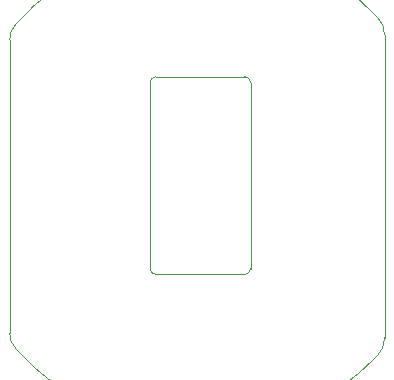
<source format=gbr>
G04 #@! TF.GenerationSoftware,KiCad,Pcbnew,7.0.5-0*
G04 #@! TF.CreationDate,2023-08-21T21:43:47+08:00*
G04 #@! TF.ProjectId,sensor,73656e73-6f72-42e6-9b69-6361645f7063,rev?*
G04 #@! TF.SameCoordinates,PX4d3f640PY69db9c0*
G04 #@! TF.FileFunction,Profile,NP*
%FSLAX46Y46*%
G04 Gerber Fmt 4.6, Leading zero omitted, Abs format (unit mm)*
G04 Created by KiCad (PCBNEW 7.0.5-0) date 2023-08-21 21:43:47*
%MOMM*%
%LPD*%
G01*
G04 APERTURE LIST*
G04 #@! TA.AperFunction,Profile*
%ADD10C,0.050000*%
G04 #@! TD*
G04 #@! TA.AperFunction,Profile*
%ADD11C,0.100000*%
G04 #@! TD*
G04 APERTURE END LIST*
D10*
X-16128400Y0D02*
X-16128400Y-12397200D01*
X-15620397Y-13717997D02*
G75*
G03*
X15012000Y-14327600I15595227J13716327D01*
G01*
X15012002Y14327602D02*
G75*
G03*
X-15620399Y13717999I-15037172J-14325932D01*
G01*
X15012021Y-14327620D02*
G75*
G03*
X15621600Y-12811600I-1572421J1512820D01*
G01*
X-16128400Y0D02*
X-16128400Y12397200D01*
X15621626Y12811600D02*
G75*
G03*
X15011999Y14327599I-2181826J3200D01*
G01*
X15621600Y0D02*
X15621600Y12811600D01*
X-15620380Y13717980D02*
G75*
G03*
X-16128400Y12397200I1303280J-1259380D01*
G01*
X-16128428Y-12397199D02*
G75*
G03*
X-15620400Y-13718000I1811328J-61401D01*
G01*
X15621600Y0D02*
X15621600Y-12811600D01*
D11*
X-4238753Y8796047D02*
X-4238753Y-6953953D01*
X-3738753Y9296047D02*
X3761247Y9296047D01*
X-3738753Y-7453953D02*
X3761247Y-7453953D01*
X4261247Y-6953953D02*
X4261247Y8796047D01*
X-3738753Y9296047D02*
G75*
G03*
X-4238753Y8796047I1J-500001D01*
G01*
X-4238753Y-6953953D02*
G75*
G03*
X-3738753Y-7453953I499998J-2D01*
G01*
X4261247Y8796047D02*
G75*
G03*
X3761247Y9296047I-499997J3D01*
G01*
X3761247Y-7453947D02*
G75*
G03*
X4261247Y-6953953I13J499987D01*
G01*
M02*

</source>
